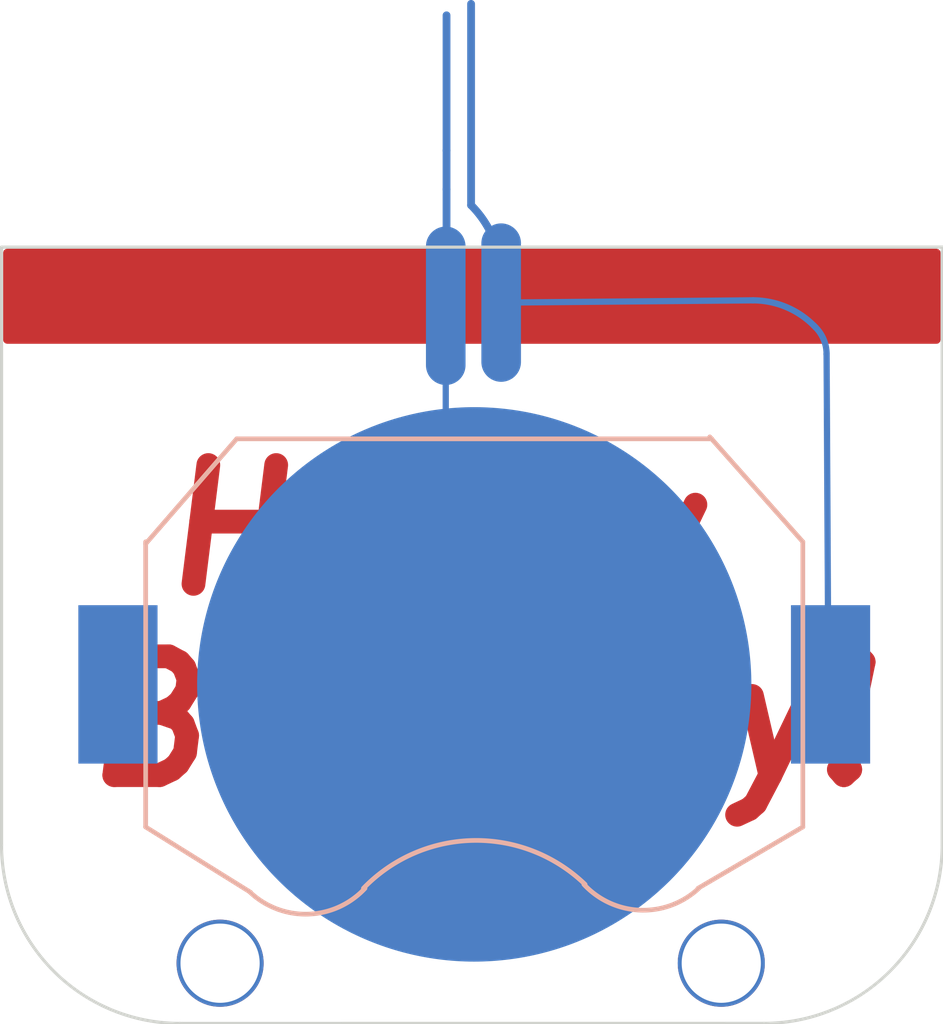
<source format=kicad_pcb>
(kicad_pcb (version 20210108) (generator pcbnew)
  (layers (0 "F.Cu" signal) (31 "B.Cu" signal) (34 "B.Paste" user) (35 "F.Paste" user) (36 "B.SilkS" user "B.Silkscreen") (37 "F.SilkS" user "F.Silkscreen") (38 "B.Mask" user) (39 "F.Mask" user) (44 "Edge.Cuts" user))
  (net 0 "")
  (footprint "hex-smd-challenge-fp:BATT_CR2032_SMD" (layer "B.Cu") (at 99.3394 75.5142 180)
    (fp_text reference "BT1" hide)
    (fp_text value "Battery" hide)
    (fp_line (start -7.62 7.874) (end 7.62 7.874) (layer "B.SilkS") (width 0.15))
    (fp_line (start -7.1755 -6.5405) (end -10.541 -4.572) (layer "B.SilkS") (width 0.15))
    (fp_line (start -10.541 -4.572) (end -10.541 4.572) (layer "B.SilkS") (width 0.15))
    (fp_line (start -10.541 4.572) (end -7.5565 7.9375) (layer "B.SilkS") (width 0.15))
    (fp_line (start 7.62 7.874) (end 10.541 4.5085) (layer "B.SilkS") (width 0.15))
    (fp_line (start 10.541 -4.572) (end 10.541 4.572) (layer "B.SilkS") (width 0.15))
    (fp_line (start 7.1755 -6.6675) (end 10.541 -4.572) (layer "B.SilkS") (width 0.15))
    (fp_arc (start -0.0635 -10.033) (end -3.556 -6.4135) (angle -90) (layer "B.SilkS") (width 0.15))
    (fp_arc (start 5.4102 -4.7625) (end 7.1882 -6.6675) (angle -90) (layer "B.SilkS") (width 0.15))
    (fp_arc (start -5.4229 -4.6355) (end -3.5179 -6.4135) (angle -90) (layer "B.SilkS") (width 0.15))
    (pad "1" smd rect (at 11.43 0 180) (size 2.54 5.08) (layers "B.Cu" "B.Paste" "B.Mask"))
    (pad "1" smd rect (at -11.43 0 180) (size 2.54 5.08) (layers "B.Cu" "B.Paste" "B.Mask"))
    (pad "2" smd circle (at 0 0 180) (size 17.78 17.78) (layers "B.Cu" "B.Paste" "B.Mask"))
  )
  (footprint "touch:Touch_Pad_10x10mm" (layer "B.Cu") (at 98.7552 63.1952)
    (fp_text reference "REF**" hide)
    (fp_text value "Touch_Pad_10.0x10.0mm" hide)
    (pad "1" smd oval (at -0.3302 0.1778) (size 1.27 5.08) (layers "B.Cu" "B.Mask"))
  )
  (footprint "touch:Touch_Pad_10x10mm" (layer "B.Cu") (at 100.5332 63.0936)
    (fp_text reference "REF**" hide)
    (fp_text value "Touch_Pad_10.0x10.0mm" hide)
    (pad "1" smd oval (at -0.3302 0.1778) (size 1.27 5.08) (layers "B.Cu" "B.Mask"))
  )
  (gr_line (start 108.63439 86.38399) (end 89.89201 86.3854) (layer "Edge.Cuts") (width 0.1))
  (gr_arc (start 108.63439 80.66758) (end 114.3508 80.66758) (angle 90) (layer "Edge.Cuts") (width 0.1))
  (gr_line (start 114.3508 80.66758) (end 114.3508 61.49199) (layer "Edge.Cuts") (width 0.1))
  (gr_line (start 84.1756 80.66899) (end 84.1756 61.4934) (layer "Edge.Cuts") (width 0.1))
  (gr_line (start 84.1756 61.4934) (end 114.3508 61.49199) (layer "Edge.Cuts") (width 0.1))
  (gr_arc (start 89.89201 80.66899) (end 84.1756 80.66899) (angle -90) (layer "Edge.Cuts") (width 0.1))
  (gr_text "Happy \nBirthday!" (at 99.5172 73.6346) (layer "F.Cu") (effects (font (size 3.81 3.81) (thickness 0.762) italic)))
  (via (at 91.186 84.455) (size 2.794) (drill 2.54) (layers "F.Cu" "B.Cu") (net 0))
  (via (at 107.2642 84.455) (size 2.794) (drill 2.54) (layers "F.Cu" "B.Cu") (net 0))
  (segment (start 99.2378 53.693047) (end 99.2378 60.1472) (width 0.25) (layer "B.Cu") (net 0))
  (segment (start 110.6424 64.920812) (end 110.711735 77.700359) (width 0.2) (layer "B.Cu") (net 0))
  (segment (start 110.231423 64.006941) (end 110.2868 64.062318) (width 0.2) (layer "B.Cu") (net 0))
  (segment (start 98.425 63.373) (end 98.425 74.5998) (width 0.2) (layer "B.Cu") (net 0))
  (segment (start 100.203 63.2714) (end 108.2802 63.198718) (width 0.2) (layer "B.Cu") (net 0))
  (segment (start 98.425 74.5998) (end 99.3394 75.5142) (width 0.2) (layer "B.Cu") (net 0))
  (segment (start 98.4504 54.059168) (end 98.4504 58.3946) (width 0.25) (layer "B.Cu") (net 0))
  (segment (start 100.203 62.477398) (end 100.203 63.2714) (width 0.25) (layer "B.Cu") (net 0))
  (segment (start 98.4504 59.6392) (end 98.4504 63.311679) (width 0.25) (layer "B.Cu") (net 0))
  (segment (start 98.4504 58.3946) (end 98.4504 59.6392) (width 0.25) (layer "B.Cu") (net 0))
  (arc (start 99.2378 60.1472) (mid 99.952152 61.216303) (end 100.203 62.477398) (width 0.25) (layer "B.Cu") (net 0))
  (arc (start 98.4504 63.311679) (mid 98.443799 63.344864) (end 98.425 63.373) (width 0.25) (layer "B.Cu") (net 0))
  (arc (start 110.2868 64.062318) (mid 110.549983 64.456198) (end 110.6424 64.920812) (width 0.2) (layer "B.Cu") (net 0))
  (arc (start 108.2802 63.198718) (mid 109.336194 63.408768) (end 110.231423 64.006941) (width 0.2) (layer "B.Cu") (net 0))
  (zone (net 0) (net_name "") (layer "F.Cu") (connect_pads (clearance 0.0254)) (min_thickness 0.254) (fill yes (thermal_gap 0.508) (thermal_bridge_width 0.508))
    (polygon (pts (xy 114.3 64.5922) (xy 84.2264 64.5922) (xy 84.2264 61.5442) (xy 114.3 61.5442)))
  )
)
</source>
